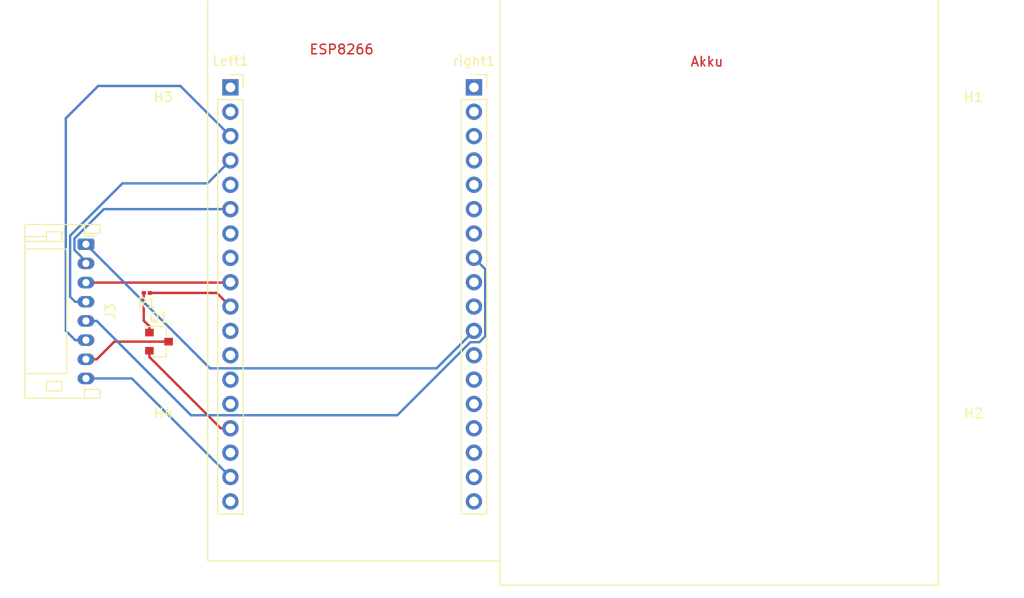
<source format=kicad_pcb>
(kicad_pcb (version 20171130) (host pcbnew "(5.1.5)-3")

  (general
    (thickness 1.6)
    (drawings 13)
    (tracks 47)
    (zones 0)
    (modules 9)
    (nets 39)
  )

  (page A4)
  (layers
    (0 F.Cu signal)
    (31 B.Cu signal)
    (32 B.Adhes user)
    (33 F.Adhes user)
    (34 B.Paste user)
    (35 F.Paste user)
    (36 B.SilkS user)
    (37 F.SilkS user)
    (38 B.Mask user)
    (39 F.Mask user)
    (40 Dwgs.User user)
    (41 Cmts.User user)
    (42 Eco1.User user)
    (43 Eco2.User user)
    (44 Edge.Cuts user)
    (45 Margin user)
    (46 B.CrtYd user)
    (47 F.CrtYd user)
    (48 B.Fab user)
    (49 F.Fab user)
  )

  (setup
    (last_trace_width 0.25)
    (trace_clearance 0.2)
    (zone_clearance 0.508)
    (zone_45_only no)
    (trace_min 0.2)
    (via_size 0.8)
    (via_drill 0.4)
    (via_min_size 0.4)
    (via_min_drill 0.3)
    (uvia_size 0.3)
    (uvia_drill 0.1)
    (uvias_allowed no)
    (uvia_min_size 0.2)
    (uvia_min_drill 0.1)
    (edge_width 0.05)
    (segment_width 0.2)
    (pcb_text_width 0.3)
    (pcb_text_size 1.5 1.5)
    (mod_edge_width 0.12)
    (mod_text_size 1 1)
    (mod_text_width 0.15)
    (pad_size 1.524 1.524)
    (pad_drill 0.762)
    (pad_to_mask_clearance 0.051)
    (solder_mask_min_width 0.25)
    (aux_axis_origin 0 0)
    (grid_origin 127 90.17)
    (visible_elements 7FFFFFFF)
    (pcbplotparams
      (layerselection 0x010fc_ffffffff)
      (usegerberextensions false)
      (usegerberattributes false)
      (usegerberadvancedattributes false)
      (creategerberjobfile false)
      (excludeedgelayer true)
      (linewidth 0.100000)
      (plotframeref false)
      (viasonmask false)
      (mode 1)
      (useauxorigin false)
      (hpglpennumber 1)
      (hpglpenspeed 20)
      (hpglpendiameter 15.000000)
      (psnegative false)
      (psa4output false)
      (plotreference true)
      (plotvalue true)
      (plotinvisibletext false)
      (padsonsilk false)
      (subtractmaskfromsilk false)
      (outputformat 1)
      (mirror false)
      (drillshape 1)
      (scaleselection 1)
      (outputdirectory ""))
  )

  (net 0 "")
  (net 1 "Net-(J3-Pad7)")
  (net 2 "Net-(Q1-Pad1)")
  (net 3 "Net-(J3-Pad1)")
  (net 4 "Net-(J3-Pad2)")
  (net 5 "Net-(J3-Pad3)")
  (net 6 "Net-(J3-Pad4)")
  (net 7 "Net-(J3-Pad5)")
  (net 8 "Net-(J3-Pad6)")
  (net 9 "Net-(J3-Pad8)")
  (net 10 "Net-(Left1-Pad18)")
  (net 11 "Net-(Left1-Pad16)")
  (net 12 "Net-(Left1-Pad15)")
  (net 13 "Net-(Left1-Pad14)")
  (net 14 "Net-(Left1-Pad13)")
  (net 15 "Net-(Left1-Pad12)")
  (net 16 "Net-(Left1-Pad11)")
  (net 17 "Net-(Left1-Pad10)")
  (net 18 "Net-(Left1-Pad8)")
  (net 19 "Net-(Left1-Pad7)")
  (net 20 "Net-(Left1-Pad5)")
  (net 21 "Net-(Left1-Pad2)")
  (net 22 "Net-(Left1-Pad1)")
  (net 23 "Net-(right1-Pad1)")
  (net 24 "Net-(right1-Pad2)")
  (net 25 "Net-(right1-Pad3)")
  (net 26 "Net-(right1-Pad4)")
  (net 27 "Net-(right1-Pad5)")
  (net 28 "Net-(right1-Pad6)")
  (net 29 "Net-(right1-Pad7)")
  (net 30 "Net-(right1-Pad9)")
  (net 31 "Net-(right1-Pad10)")
  (net 32 "Net-(right1-Pad12)")
  (net 33 "Net-(right1-Pad13)")
  (net 34 "Net-(right1-Pad14)")
  (net 35 "Net-(right1-Pad15)")
  (net 36 "Net-(right1-Pad16)")
  (net 37 "Net-(right1-Pad17)")
  (net 38 "Net-(right1-Pad18)")

  (net_class Default "This is the default net class."
    (clearance 0.2)
    (trace_width 0.25)
    (via_dia 0.8)
    (via_drill 0.4)
    (uvia_dia 0.3)
    (uvia_drill 0.1)
    (add_net "Net-(J3-Pad1)")
    (add_net "Net-(J3-Pad2)")
    (add_net "Net-(J3-Pad3)")
    (add_net "Net-(J3-Pad4)")
    (add_net "Net-(J3-Pad5)")
    (add_net "Net-(J3-Pad6)")
    (add_net "Net-(J3-Pad7)")
    (add_net "Net-(J3-Pad8)")
    (add_net "Net-(Left1-Pad1)")
    (add_net "Net-(Left1-Pad10)")
    (add_net "Net-(Left1-Pad11)")
    (add_net "Net-(Left1-Pad12)")
    (add_net "Net-(Left1-Pad13)")
    (add_net "Net-(Left1-Pad14)")
    (add_net "Net-(Left1-Pad15)")
    (add_net "Net-(Left1-Pad16)")
    (add_net "Net-(Left1-Pad18)")
    (add_net "Net-(Left1-Pad2)")
    (add_net "Net-(Left1-Pad5)")
    (add_net "Net-(Left1-Pad7)")
    (add_net "Net-(Left1-Pad8)")
    (add_net "Net-(Q1-Pad1)")
    (add_net "Net-(right1-Pad1)")
    (add_net "Net-(right1-Pad10)")
    (add_net "Net-(right1-Pad12)")
    (add_net "Net-(right1-Pad13)")
    (add_net "Net-(right1-Pad14)")
    (add_net "Net-(right1-Pad15)")
    (add_net "Net-(right1-Pad16)")
    (add_net "Net-(right1-Pad17)")
    (add_net "Net-(right1-Pad18)")
    (add_net "Net-(right1-Pad2)")
    (add_net "Net-(right1-Pad3)")
    (add_net "Net-(right1-Pad4)")
    (add_net "Net-(right1-Pad5)")
    (add_net "Net-(right1-Pad6)")
    (add_net "Net-(right1-Pad7)")
    (add_net "Net-(right1-Pad9)")
  )

  (module MountingHole:MountingHole_3mm (layer F.Cu) (tedit 56D1B4CB) (tstamp 5EA991BC)
    (at 167.5 75)
    (descr "Mounting Hole 3mm, no annular")
    (tags "mounting hole 3mm no annular")
    (path /5EA6E4AB)
    (attr virtual)
    (fp_text reference H1 (at 0 -4) (layer F.SilkS)
      (effects (font (size 1 1) (thickness 0.15)))
    )
    (fp_text value MountingHole (at 0 4) (layer F.Fab)
      (effects (font (size 1 1) (thickness 0.15)))
    )
    (fp_circle (center 0 0) (end 3.25 0) (layer F.CrtYd) (width 0.05))
    (fp_circle (center 0 0) (end 3 0) (layer Cmts.User) (width 0.15))
    (fp_text user %R (at 0.3 0) (layer F.Fab)
      (effects (font (size 1 1) (thickness 0.15)))
    )
    (pad 1 np_thru_hole circle (at 0 0) (size 3 3) (drill 3) (layers *.Cu *.Mask))
  )

  (module MountingHole:MountingHole_3mm (layer F.Cu) (tedit 56D1B4CB) (tstamp 5EA991C4)
    (at 167.5 108)
    (descr "Mounting Hole 3mm, no annular")
    (tags "mounting hole 3mm no annular")
    (path /5EA71128)
    (attr virtual)
    (fp_text reference H2 (at 0 -4) (layer F.SilkS)
      (effects (font (size 1 1) (thickness 0.15)))
    )
    (fp_text value MountingHole (at 0 4) (layer F.Fab)
      (effects (font (size 1 1) (thickness 0.15)))
    )
    (fp_circle (center 0 0) (end 3.25 0) (layer F.CrtYd) (width 0.05))
    (fp_circle (center 0 0) (end 3 0) (layer Cmts.User) (width 0.15))
    (fp_text user %R (at 0.3 0) (layer F.Fab)
      (effects (font (size 1 1) (thickness 0.15)))
    )
    (pad 1 np_thru_hole circle (at 0 0) (size 3 3) (drill 3) (layers *.Cu *.Mask))
  )

  (module MountingHole:MountingHole_3mm (layer F.Cu) (tedit 56D1B4CB) (tstamp 5EA991CC)
    (at 83 75)
    (descr "Mounting Hole 3mm, no annular")
    (tags "mounting hole 3mm no annular")
    (path /5EA71A35)
    (attr virtual)
    (fp_text reference H3 (at 0 -4) (layer F.SilkS)
      (effects (font (size 1 1) (thickness 0.15)))
    )
    (fp_text value MountingHole (at 0 4) (layer F.Fab)
      (effects (font (size 1 1) (thickness 0.15)))
    )
    (fp_text user %R (at 0.3 0) (layer F.Fab)
      (effects (font (size 1 1) (thickness 0.15)))
    )
    (fp_circle (center 0 0) (end 3 0) (layer Cmts.User) (width 0.15))
    (fp_circle (center 0 0) (end 3.25 0) (layer F.CrtYd) (width 0.05))
    (pad 1 np_thru_hole circle (at 0 0) (size 3 3) (drill 3) (layers *.Cu *.Mask))
  )

  (module MountingHole:MountingHole_3mm (layer F.Cu) (tedit 56D1B4CB) (tstamp 5EA991D4)
    (at 83 108)
    (descr "Mounting Hole 3mm, no annular")
    (tags "mounting hole 3mm no annular")
    (path /5EA70896)
    (attr virtual)
    (fp_text reference H4 (at 0 -4) (layer F.SilkS)
      (effects (font (size 1 1) (thickness 0.15)))
    )
    (fp_text value MountingHole (at 0 4) (layer F.Fab)
      (effects (font (size 1 1) (thickness 0.15)))
    )
    (fp_text user %R (at 0.3 0) (layer F.Fab)
      (effects (font (size 1 1) (thickness 0.15)))
    )
    (fp_circle (center 0 0) (end 3 0) (layer Cmts.User) (width 0.15))
    (fp_circle (center 0 0) (end 3.25 0) (layer F.CrtYd) (width 0.05))
    (pad 1 np_thru_hole circle (at 0 0) (size 3 3) (drill 3) (layers *.Cu *.Mask))
  )

  (module Connector_JST:JST_PH_S8B-PH-K_1x08_P2.00mm_Horizontal (layer F.Cu) (tedit 5B7745C6) (tstamp 5EA99209)
    (at 74.93 86.36 270)
    (descr "JST PH series connector, S8B-PH-K (http://www.jst-mfg.com/product/pdf/eng/ePH.pdf), generated with kicad-footprint-generator")
    (tags "connector JST PH top entry")
    (path /5E45F56D)
    (fp_text reference J3 (at 7 -2.55 90) (layer F.SilkS)
      (effects (font (size 1 1) (thickness 0.15)))
    )
    (fp_text value Conn_01x08 (at 7 7.45 90) (layer F.Fab)
      (effects (font (size 1 1) (thickness 0.15)))
    )
    (fp_line (start -0.86 0.14) (end -1.14 0.14) (layer F.SilkS) (width 0.12))
    (fp_line (start -1.14 0.14) (end -1.14 -1.46) (layer F.SilkS) (width 0.12))
    (fp_line (start -1.14 -1.46) (end -2.06 -1.46) (layer F.SilkS) (width 0.12))
    (fp_line (start -2.06 -1.46) (end -2.06 6.36) (layer F.SilkS) (width 0.12))
    (fp_line (start -2.06 6.36) (end 16.06 6.36) (layer F.SilkS) (width 0.12))
    (fp_line (start 16.06 6.36) (end 16.06 -1.46) (layer F.SilkS) (width 0.12))
    (fp_line (start 16.06 -1.46) (end 15.14 -1.46) (layer F.SilkS) (width 0.12))
    (fp_line (start 15.14 -1.46) (end 15.14 0.14) (layer F.SilkS) (width 0.12))
    (fp_line (start 15.14 0.14) (end 14.86 0.14) (layer F.SilkS) (width 0.12))
    (fp_line (start 0.5 6.36) (end 0.5 2) (layer F.SilkS) (width 0.12))
    (fp_line (start 0.5 2) (end 13.5 2) (layer F.SilkS) (width 0.12))
    (fp_line (start 13.5 2) (end 13.5 6.36) (layer F.SilkS) (width 0.12))
    (fp_line (start -2.06 0.14) (end -1.14 0.14) (layer F.SilkS) (width 0.12))
    (fp_line (start 16.06 0.14) (end 15.14 0.14) (layer F.SilkS) (width 0.12))
    (fp_line (start -1.3 2.5) (end -1.3 4.1) (layer F.SilkS) (width 0.12))
    (fp_line (start -1.3 4.1) (end -0.3 4.1) (layer F.SilkS) (width 0.12))
    (fp_line (start -0.3 4.1) (end -0.3 2.5) (layer F.SilkS) (width 0.12))
    (fp_line (start -0.3 2.5) (end -1.3 2.5) (layer F.SilkS) (width 0.12))
    (fp_line (start 15.3 2.5) (end 15.3 4.1) (layer F.SilkS) (width 0.12))
    (fp_line (start 15.3 4.1) (end 14.3 4.1) (layer F.SilkS) (width 0.12))
    (fp_line (start 14.3 4.1) (end 14.3 2.5) (layer F.SilkS) (width 0.12))
    (fp_line (start 14.3 2.5) (end 15.3 2.5) (layer F.SilkS) (width 0.12))
    (fp_line (start -0.3 4.1) (end -0.3 6.36) (layer F.SilkS) (width 0.12))
    (fp_line (start -0.8 4.1) (end -0.8 6.36) (layer F.SilkS) (width 0.12))
    (fp_line (start -2.45 -1.85) (end -2.45 6.75) (layer F.CrtYd) (width 0.05))
    (fp_line (start -2.45 6.75) (end 16.45 6.75) (layer F.CrtYd) (width 0.05))
    (fp_line (start 16.45 6.75) (end 16.45 -1.85) (layer F.CrtYd) (width 0.05))
    (fp_line (start 16.45 -1.85) (end -2.45 -1.85) (layer F.CrtYd) (width 0.05))
    (fp_line (start -1.25 0.25) (end -1.25 -1.35) (layer F.Fab) (width 0.1))
    (fp_line (start -1.25 -1.35) (end -1.95 -1.35) (layer F.Fab) (width 0.1))
    (fp_line (start -1.95 -1.35) (end -1.95 6.25) (layer F.Fab) (width 0.1))
    (fp_line (start -1.95 6.25) (end 15.95 6.25) (layer F.Fab) (width 0.1))
    (fp_line (start 15.95 6.25) (end 15.95 -1.35) (layer F.Fab) (width 0.1))
    (fp_line (start 15.95 -1.35) (end 15.25 -1.35) (layer F.Fab) (width 0.1))
    (fp_line (start 15.25 -1.35) (end 15.25 0.25) (layer F.Fab) (width 0.1))
    (fp_line (start 15.25 0.25) (end -1.25 0.25) (layer F.Fab) (width 0.1))
    (fp_line (start -0.86 0.14) (end -0.86 -1.075) (layer F.SilkS) (width 0.12))
    (fp_line (start 0 0.875) (end -0.5 1.375) (layer F.Fab) (width 0.1))
    (fp_line (start -0.5 1.375) (end 0.5 1.375) (layer F.Fab) (width 0.1))
    (fp_line (start 0.5 1.375) (end 0 0.875) (layer F.Fab) (width 0.1))
    (fp_text user %R (at 7 2.5 90) (layer F.Fab)
      (effects (font (size 1 1) (thickness 0.15)))
    )
    (pad 1 thru_hole roundrect (at 0 0 270) (size 1.2 1.75) (drill 0.75) (layers *.Cu *.Mask) (roundrect_rratio 0.208333)
      (net 3 "Net-(J3-Pad1)"))
    (pad 2 thru_hole oval (at 2 0 270) (size 1.2 1.75) (drill 0.75) (layers *.Cu *.Mask)
      (net 4 "Net-(J3-Pad2)"))
    (pad 3 thru_hole oval (at 4 0 270) (size 1.2 1.75) (drill 0.75) (layers *.Cu *.Mask)
      (net 5 "Net-(J3-Pad3)"))
    (pad 4 thru_hole oval (at 6 0 270) (size 1.2 1.75) (drill 0.75) (layers *.Cu *.Mask)
      (net 6 "Net-(J3-Pad4)"))
    (pad 5 thru_hole oval (at 8 0 270) (size 1.2 1.75) (drill 0.75) (layers *.Cu *.Mask)
      (net 7 "Net-(J3-Pad5)"))
    (pad 6 thru_hole oval (at 10 0 270) (size 1.2 1.75) (drill 0.75) (layers *.Cu *.Mask)
      (net 8 "Net-(J3-Pad6)"))
    (pad 7 thru_hole oval (at 12 0 270) (size 1.2 1.75) (drill 0.75) (layers *.Cu *.Mask)
      (net 1 "Net-(J3-Pad7)"))
    (pad 8 thru_hole oval (at 14 0 270) (size 1.2 1.75) (drill 0.75) (layers *.Cu *.Mask)
      (net 9 "Net-(J3-Pad8)"))
    (model ${KISYS3DMOD}/Connector_JST.3dshapes/JST_PH_S8B-PH-K_1x08_P2.00mm_Horizontal.wrl
      (at (xyz 0 0 0))
      (scale (xyz 1 1 1))
      (rotate (xyz 0 0 0))
    )
  )

  (module Connector_PinSocket_2.54mm:PinSocket_1x18_P2.54mm_Vertical (layer F.Cu) (tedit 5A19A434) (tstamp 5EA9922F)
    (at 90 70)
    (descr "Through hole straight socket strip, 1x18, 2.54mm pitch, single row (from Kicad 4.0.7), script generated")
    (tags "Through hole socket strip THT 1x18 2.54mm single row")
    (path /5E5313C0)
    (fp_text reference Left1 (at 0 -2.77) (layer F.SilkS)
      (effects (font (size 1 1) (thickness 0.15)))
    )
    (fp_text value Conn_01x18_Female (at 0 45.95) (layer F.Fab)
      (effects (font (size 1 1) (thickness 0.15)))
    )
    (fp_line (start -1.27 -1.27) (end 0.635 -1.27) (layer F.Fab) (width 0.1))
    (fp_line (start 0.635 -1.27) (end 1.27 -0.635) (layer F.Fab) (width 0.1))
    (fp_line (start 1.27 -0.635) (end 1.27 44.45) (layer F.Fab) (width 0.1))
    (fp_line (start 1.27 44.45) (end -1.27 44.45) (layer F.Fab) (width 0.1))
    (fp_line (start -1.27 44.45) (end -1.27 -1.27) (layer F.Fab) (width 0.1))
    (fp_line (start -1.33 1.27) (end 1.33 1.27) (layer F.SilkS) (width 0.12))
    (fp_line (start -1.33 1.27) (end -1.33 44.51) (layer F.SilkS) (width 0.12))
    (fp_line (start -1.33 44.51) (end 1.33 44.51) (layer F.SilkS) (width 0.12))
    (fp_line (start 1.33 1.27) (end 1.33 44.51) (layer F.SilkS) (width 0.12))
    (fp_line (start 1.33 -1.33) (end 1.33 0) (layer F.SilkS) (width 0.12))
    (fp_line (start 0 -1.33) (end 1.33 -1.33) (layer F.SilkS) (width 0.12))
    (fp_line (start -1.8 -1.8) (end 1.75 -1.8) (layer F.CrtYd) (width 0.05))
    (fp_line (start 1.75 -1.8) (end 1.75 44.95) (layer F.CrtYd) (width 0.05))
    (fp_line (start 1.75 44.95) (end -1.8 44.95) (layer F.CrtYd) (width 0.05))
    (fp_line (start -1.8 44.95) (end -1.8 -1.8) (layer F.CrtYd) (width 0.05))
    (fp_text user %R (at 0 21.59 90) (layer F.Fab)
      (effects (font (size 1 1) (thickness 0.15)))
    )
    (pad 1 thru_hole rect (at 0 0) (size 1.7 1.7) (drill 1) (layers *.Cu *.Mask)
      (net 22 "Net-(Left1-Pad1)"))
    (pad 2 thru_hole oval (at 0 2.54) (size 1.7 1.7) (drill 1) (layers *.Cu *.Mask)
      (net 21 "Net-(Left1-Pad2)"))
    (pad 3 thru_hole oval (at 0 5.08) (size 1.7 1.7) (drill 1) (layers *.Cu *.Mask)
      (net 8 "Net-(J3-Pad6)"))
    (pad 4 thru_hole oval (at 0 7.62) (size 1.7 1.7) (drill 1) (layers *.Cu *.Mask)
      (net 6 "Net-(J3-Pad4)"))
    (pad 5 thru_hole oval (at 0 10.16) (size 1.7 1.7) (drill 1) (layers *.Cu *.Mask)
      (net 20 "Net-(Left1-Pad5)"))
    (pad 6 thru_hole oval (at 0 12.7) (size 1.7 1.7) (drill 1) (layers *.Cu *.Mask)
      (net 4 "Net-(J3-Pad2)"))
    (pad 7 thru_hole oval (at 0 15.24) (size 1.7 1.7) (drill 1) (layers *.Cu *.Mask)
      (net 19 "Net-(Left1-Pad7)"))
    (pad 8 thru_hole oval (at 0 17.78) (size 1.7 1.7) (drill 1) (layers *.Cu *.Mask)
      (net 18 "Net-(Left1-Pad8)"))
    (pad 9 thru_hole oval (at 0 20.32) (size 1.7 1.7) (drill 1) (layers *.Cu *.Mask)
      (net 5 "Net-(J3-Pad3)"))
    (pad 10 thru_hole oval (at 0 22.86) (size 1.7 1.7) (drill 1) (layers *.Cu *.Mask)
      (net 17 "Net-(Left1-Pad10)"))
    (pad 11 thru_hole oval (at 0 25.4) (size 1.7 1.7) (drill 1) (layers *.Cu *.Mask)
      (net 16 "Net-(Left1-Pad11)"))
    (pad 12 thru_hole oval (at 0 27.94) (size 1.7 1.7) (drill 1) (layers *.Cu *.Mask)
      (net 15 "Net-(Left1-Pad12)"))
    (pad 13 thru_hole oval (at 0 30.48) (size 1.7 1.7) (drill 1) (layers *.Cu *.Mask)
      (net 14 "Net-(Left1-Pad13)"))
    (pad 14 thru_hole oval (at 0 33.02) (size 1.7 1.7) (drill 1) (layers *.Cu *.Mask)
      (net 13 "Net-(Left1-Pad14)"))
    (pad 15 thru_hole oval (at 0 35.56) (size 1.7 1.7) (drill 1) (layers *.Cu *.Mask)
      (net 12 "Net-(Left1-Pad15)"))
    (pad 16 thru_hole oval (at 0 38.1) (size 1.7 1.7) (drill 1) (layers *.Cu *.Mask)
      (net 11 "Net-(Left1-Pad16)"))
    (pad 17 thru_hole oval (at 0 40.64) (size 1.7 1.7) (drill 1) (layers *.Cu *.Mask)
      (net 9 "Net-(J3-Pad8)"))
    (pad 18 thru_hole oval (at 0 43.18) (size 1.7 1.7) (drill 1) (layers *.Cu *.Mask)
      (net 10 "Net-(Left1-Pad18)"))
    (model ${KISYS3DMOD}/Connector_PinSocket_2.54mm.3dshapes/PinSocket_1x18_P2.54mm_Vertical.wrl
      (at (xyz 0 0 0))
      (scale (xyz 1 1 1))
      (rotate (xyz 0 0 0))
    )
  )

  (module Package_TO_SOT_SMD:SOT-23 (layer F.Cu) (tedit 5A02FF57) (tstamp 5EA99244)
    (at 82.55 96.52)
    (descr "SOT-23, Standard")
    (tags SOT-23)
    (path /5E4393A1)
    (attr smd)
    (fp_text reference Q1 (at 0 -2.5) (layer F.SilkS)
      (effects (font (size 1 1) (thickness 0.15)))
    )
    (fp_text value 2N7002K (at 0 2.5) (layer F.Fab)
      (effects (font (size 1 1) (thickness 0.15)))
    )
    (fp_text user %R (at 0 0 90) (layer F.Fab)
      (effects (font (size 0.5 0.5) (thickness 0.075)))
    )
    (fp_line (start -0.7 -0.95) (end -0.7 1.5) (layer F.Fab) (width 0.1))
    (fp_line (start -0.15 -1.52) (end 0.7 -1.52) (layer F.Fab) (width 0.1))
    (fp_line (start -0.7 -0.95) (end -0.15 -1.52) (layer F.Fab) (width 0.1))
    (fp_line (start 0.7 -1.52) (end 0.7 1.52) (layer F.Fab) (width 0.1))
    (fp_line (start -0.7 1.52) (end 0.7 1.52) (layer F.Fab) (width 0.1))
    (fp_line (start 0.76 1.58) (end 0.76 0.65) (layer F.SilkS) (width 0.12))
    (fp_line (start 0.76 -1.58) (end 0.76 -0.65) (layer F.SilkS) (width 0.12))
    (fp_line (start -1.7 -1.75) (end 1.7 -1.75) (layer F.CrtYd) (width 0.05))
    (fp_line (start 1.7 -1.75) (end 1.7 1.75) (layer F.CrtYd) (width 0.05))
    (fp_line (start 1.7 1.75) (end -1.7 1.75) (layer F.CrtYd) (width 0.05))
    (fp_line (start -1.7 1.75) (end -1.7 -1.75) (layer F.CrtYd) (width 0.05))
    (fp_line (start 0.76 -1.58) (end -1.4 -1.58) (layer F.SilkS) (width 0.12))
    (fp_line (start 0.76 1.58) (end -0.7 1.58) (layer F.SilkS) (width 0.12))
    (pad 1 smd rect (at -1 -0.95) (size 0.9 0.8) (layers F.Cu F.Paste F.Mask)
      (net 2 "Net-(Q1-Pad1)"))
    (pad 2 smd rect (at -1 0.95) (size 0.9 0.8) (layers F.Cu F.Paste F.Mask)
      (net 12 "Net-(Left1-Pad15)"))
    (pad 3 smd rect (at 1 0) (size 0.9 0.8) (layers F.Cu F.Paste F.Mask)
      (net 1 "Net-(J3-Pad7)"))
    (model ${KISYS3DMOD}/Package_TO_SOT_SMD.3dshapes/SOT-23.wrl
      (at (xyz 0 0 0))
      (scale (xyz 1 1 1))
      (rotate (xyz 0 0 0))
    )
  )

  (module Resistor_SMD:R_0201_0603Metric (layer F.Cu) (tedit 5B301BBD) (tstamp 5EA99255)
    (at 81.28 91.44 180)
    (descr "Resistor SMD 0201 (0603 Metric), square (rectangular) end terminal, IPC_7351 nominal, (Body size source: https://www.vishay.com/docs/20052/crcw0201e3.pdf), generated with kicad-footprint-generator")
    (tags resistor)
    (path /5EA9AC1D)
    (attr smd)
    (fp_text reference R1 (at 0 -1.05) (layer F.SilkS)
      (effects (font (size 1 1) (thickness 0.15)))
    )
    (fp_text value R (at 0 1.05) (layer F.Fab)
      (effects (font (size 1 1) (thickness 0.15)))
    )
    (fp_line (start -0.3 0.15) (end -0.3 -0.15) (layer F.Fab) (width 0.1))
    (fp_line (start -0.3 -0.15) (end 0.3 -0.15) (layer F.Fab) (width 0.1))
    (fp_line (start 0.3 -0.15) (end 0.3 0.15) (layer F.Fab) (width 0.1))
    (fp_line (start 0.3 0.15) (end -0.3 0.15) (layer F.Fab) (width 0.1))
    (fp_line (start -0.7 0.35) (end -0.7 -0.35) (layer F.CrtYd) (width 0.05))
    (fp_line (start -0.7 -0.35) (end 0.7 -0.35) (layer F.CrtYd) (width 0.05))
    (fp_line (start 0.7 -0.35) (end 0.7 0.35) (layer F.CrtYd) (width 0.05))
    (fp_line (start 0.7 0.35) (end -0.7 0.35) (layer F.CrtYd) (width 0.05))
    (fp_text user %R (at 0 -0.68) (layer F.Fab)
      (effects (font (size 0.25 0.25) (thickness 0.04)))
    )
    (pad "" smd roundrect (at -0.345 0 180) (size 0.318 0.36) (layers F.Paste) (roundrect_rratio 0.25))
    (pad "" smd roundrect (at 0.345 0 180) (size 0.318 0.36) (layers F.Paste) (roundrect_rratio 0.25))
    (pad 1 smd roundrect (at -0.32 0 180) (size 0.46 0.4) (layers F.Cu F.Mask) (roundrect_rratio 0.25)
      (net 17 "Net-(Left1-Pad10)"))
    (pad 2 smd roundrect (at 0.32 0 180) (size 0.46 0.4) (layers F.Cu F.Mask) (roundrect_rratio 0.25)
      (net 2 "Net-(Q1-Pad1)"))
    (model ${KISYS3DMOD}/Resistor_SMD.3dshapes/R_0201_0603Metric.wrl
      (at (xyz 0 0 0))
      (scale (xyz 1 1 1))
      (rotate (xyz 0 0 0))
    )
  )

  (module Connector_PinSocket_2.54mm:PinSocket_1x18_P2.54mm_Vertical (layer F.Cu) (tedit 5A19A434) (tstamp 5EA9927B)
    (at 115.4 70)
    (descr "Through hole straight socket strip, 1x18, 2.54mm pitch, single row (from Kicad 4.0.7), script generated")
    (tags "Through hole socket strip THT 1x18 2.54mm single row")
    (path /5E42C3F6)
    (fp_text reference right1 (at 0 -2.77) (layer F.SilkS)
      (effects (font (size 1 1) (thickness 0.15)))
    )
    (fp_text value Conn_01x18_Female (at 0 45.95) (layer F.Fab)
      (effects (font (size 1 1) (thickness 0.15)))
    )
    (fp_text user %R (at 0 21.59 90) (layer F.Fab)
      (effects (font (size 1 1) (thickness 0.15)))
    )
    (fp_line (start -1.8 44.95) (end -1.8 -1.8) (layer F.CrtYd) (width 0.05))
    (fp_line (start 1.75 44.95) (end -1.8 44.95) (layer F.CrtYd) (width 0.05))
    (fp_line (start 1.75 -1.8) (end 1.75 44.95) (layer F.CrtYd) (width 0.05))
    (fp_line (start -1.8 -1.8) (end 1.75 -1.8) (layer F.CrtYd) (width 0.05))
    (fp_line (start 0 -1.33) (end 1.33 -1.33) (layer F.SilkS) (width 0.12))
    (fp_line (start 1.33 -1.33) (end 1.33 0) (layer F.SilkS) (width 0.12))
    (fp_line (start 1.33 1.27) (end 1.33 44.51) (layer F.SilkS) (width 0.12))
    (fp_line (start -1.33 44.51) (end 1.33 44.51) (layer F.SilkS) (width 0.12))
    (fp_line (start -1.33 1.27) (end -1.33 44.51) (layer F.SilkS) (width 0.12))
    (fp_line (start -1.33 1.27) (end 1.33 1.27) (layer F.SilkS) (width 0.12))
    (fp_line (start -1.27 44.45) (end -1.27 -1.27) (layer F.Fab) (width 0.1))
    (fp_line (start 1.27 44.45) (end -1.27 44.45) (layer F.Fab) (width 0.1))
    (fp_line (start 1.27 -0.635) (end 1.27 44.45) (layer F.Fab) (width 0.1))
    (fp_line (start 0.635 -1.27) (end 1.27 -0.635) (layer F.Fab) (width 0.1))
    (fp_line (start -1.27 -1.27) (end 0.635 -1.27) (layer F.Fab) (width 0.1))
    (pad 18 thru_hole oval (at 0 43.18) (size 1.7 1.7) (drill 1) (layers *.Cu *.Mask)
      (net 38 "Net-(right1-Pad18)"))
    (pad 17 thru_hole oval (at 0 40.64) (size 1.7 1.7) (drill 1) (layers *.Cu *.Mask)
      (net 37 "Net-(right1-Pad17)"))
    (pad 16 thru_hole oval (at 0 38.1) (size 1.7 1.7) (drill 1) (layers *.Cu *.Mask)
      (net 36 "Net-(right1-Pad16)"))
    (pad 15 thru_hole oval (at 0 35.56) (size 1.7 1.7) (drill 1) (layers *.Cu *.Mask)
      (net 35 "Net-(right1-Pad15)"))
    (pad 14 thru_hole oval (at 0 33.02) (size 1.7 1.7) (drill 1) (layers *.Cu *.Mask)
      (net 34 "Net-(right1-Pad14)"))
    (pad 13 thru_hole oval (at 0 30.48) (size 1.7 1.7) (drill 1) (layers *.Cu *.Mask)
      (net 33 "Net-(right1-Pad13)"))
    (pad 12 thru_hole oval (at 0 27.94) (size 1.7 1.7) (drill 1) (layers *.Cu *.Mask)
      (net 32 "Net-(right1-Pad12)"))
    (pad 11 thru_hole oval (at 0 25.4) (size 1.7 1.7) (drill 1) (layers *.Cu *.Mask)
      (net 3 "Net-(J3-Pad1)"))
    (pad 10 thru_hole oval (at 0 22.86) (size 1.7 1.7) (drill 1) (layers *.Cu *.Mask)
      (net 31 "Net-(right1-Pad10)"))
    (pad 9 thru_hole oval (at 0 20.32) (size 1.7 1.7) (drill 1) (layers *.Cu *.Mask)
      (net 30 "Net-(right1-Pad9)"))
    (pad 8 thru_hole oval (at 0 17.78) (size 1.7 1.7) (drill 1) (layers *.Cu *.Mask)
      (net 7 "Net-(J3-Pad5)"))
    (pad 7 thru_hole oval (at 0 15.24) (size 1.7 1.7) (drill 1) (layers *.Cu *.Mask)
      (net 29 "Net-(right1-Pad7)"))
    (pad 6 thru_hole oval (at 0 12.7) (size 1.7 1.7) (drill 1) (layers *.Cu *.Mask)
      (net 28 "Net-(right1-Pad6)"))
    (pad 5 thru_hole oval (at 0 10.16) (size 1.7 1.7) (drill 1) (layers *.Cu *.Mask)
      (net 27 "Net-(right1-Pad5)"))
    (pad 4 thru_hole oval (at 0 7.62) (size 1.7 1.7) (drill 1) (layers *.Cu *.Mask)
      (net 26 "Net-(right1-Pad4)"))
    (pad 3 thru_hole oval (at 0 5.08) (size 1.7 1.7) (drill 1) (layers *.Cu *.Mask)
      (net 25 "Net-(right1-Pad3)"))
    (pad 2 thru_hole oval (at 0 2.54) (size 1.7 1.7) (drill 1) (layers *.Cu *.Mask)
      (net 24 "Net-(right1-Pad2)"))
    (pad 1 thru_hole rect (at 0 0) (size 1.7 1.7) (drill 1) (layers *.Cu *.Mask)
      (net 23 "Net-(right1-Pad1)"))
    (model ${KISYS3DMOD}/Connector_PinSocket_2.54mm.3dshapes/PinSocket_1x18_P2.54mm_Vertical.wrl
      (at (xyz 0 0 0))
      (scale (xyz 1 1 1))
      (rotate (xyz 0 0 0))
    )
  )

  (gr_line (start 163.83 121.92) (end 163.83 119.38) (layer F.SilkS) (width 0.12) (tstamp 5EA9A819))
  (gr_line (start 118.11 119.38) (end 118.11 121.92) (layer F.SilkS) (width 0.12) (tstamp 5EA9A818))
  (gr_line (start 66.04 123.19) (end 172.72 123.19) (layer Margin) (width 0.15) (tstamp 5EA9A758))
  (gr_line (start 172.72 60.96) (end 66.04 60.96) (layer Margin) (width 0.15) (tstamp 5EA9A757))
  (gr_line (start 66.04 123.19) (end 66.04 60.96) (layer Margin) (width 0.15))
  (gr_line (start 172.72 60.96) (end 172.72 123.19) (layer Margin) (width 0.15))
  (gr_text Akku (at 139.7 67.31) (layer F.Cu)
    (effects (font (size 1 1) (thickness 0.15)))
  )
  (gr_line (start 163.83 121.92) (end 118.11 121.92) (layer F.SilkS) (width 0.12) (tstamp 5EA9A2AF))
  (gr_line (start 163.83 60.96) (end 163.83 119.38) (layer F.SilkS) (width 0.12))
  (gr_text ESP8266 (at 101.6 66.04) (layer F.Cu)
    (effects (font (size 1 1) (thickness 0.15)))
  )
  (gr_line (start 118.11 119.38) (end 118.11 60.96) (layer F.SilkS) (width 0.12))
  (gr_line (start 87.63 119.38) (end 118.11 119.38) (layer F.SilkS) (width 0.12))
  (gr_line (start 87.63 60.96) (end 87.63 119.38) (layer F.SilkS) (width 0.12))

  (segment (start 77.895 96.52) (end 82.85 96.52) (width 0.25) (layer F.Cu) (net 1))
  (segment (start 82.85 96.52) (end 83.55 96.52) (width 0.25) (layer F.Cu) (net 1))
  (segment (start 76.055 98.36) (end 77.895 96.52) (width 0.25) (layer F.Cu) (net 1))
  (segment (start 74.93 98.36) (end 76.055 98.36) (width 0.25) (layer F.Cu) (net 1))
  (segment (start 80.96 91.64) (end 80.96 91.44) (width 0.25) (layer F.Cu) (net 2))
  (segment (start 80.96 94.33) (end 80.96 91.64) (width 0.25) (layer F.Cu) (net 2))
  (segment (start 81.55 94.92) (end 80.96 94.33) (width 0.25) (layer F.Cu) (net 2))
  (segment (start 81.55 95.57) (end 81.55 94.92) (width 0.25) (layer F.Cu) (net 2))
  (segment (start 75.53 86.96) (end 74.93 86.36) (width 0.25) (layer B.Cu) (net 3))
  (segment (start 87.874999 99.304999) (end 75.53 86.96) (width 0.25) (layer B.Cu) (net 3))
  (segment (start 111.495001 99.304999) (end 87.874999 99.304999) (width 0.25) (layer B.Cu) (net 3))
  (segment (start 115.4 95.4) (end 111.495001 99.304999) (width 0.25) (layer B.Cu) (net 3))
  (segment (start 88.797919 82.7) (end 90 82.7) (width 0.25) (layer B.Cu) (net 4))
  (segment (start 73.72999 86.94818) (end 73.72999 85.77182) (width 0.25) (layer B.Cu) (net 4))
  (segment (start 76.80181 82.7) (end 88.797919 82.7) (width 0.25) (layer B.Cu) (net 4))
  (segment (start 73.72999 85.77182) (end 76.80181 82.7) (width 0.25) (layer B.Cu) (net 4))
  (segment (start 75.14181 88.36) (end 73.72999 86.94818) (width 0.25) (layer B.Cu) (net 4))
  (segment (start 74.93 88.36) (end 75.14181 88.36) (width 0.25) (layer B.Cu) (net 4))
  (segment (start 89.96 90.36) (end 90 90.32) (width 0.25) (layer F.Cu) (net 5))
  (segment (start 74.93 90.36) (end 89.96 90.36) (width 0.25) (layer F.Cu) (net 5))
  (segment (start 73.279981 91.834981) (end 73.279981 85.470019) (width 0.25) (layer B.Cu) (net 6))
  (segment (start 74.93 92.36) (end 73.805 92.36) (width 0.25) (layer B.Cu) (net 6))
  (segment (start 73.805 92.36) (end 73.279981 91.834981) (width 0.25) (layer B.Cu) (net 6))
  (segment (start 73.279981 85.470019) (end 78.74 80.01) (width 0.25) (layer B.Cu) (net 6))
  (segment (start 87.61 80.01) (end 90 77.62) (width 0.25) (layer B.Cu) (net 6))
  (segment (start 78.74 80.01) (end 87.61 80.01) (width 0.25) (layer B.Cu) (net 6))
  (segment (start 107.405997 104.195001) (end 85.890001 104.195001) (width 0.25) (layer B.Cu) (net 7))
  (segment (start 115.964001 96.575001) (end 115.025997 96.575001) (width 0.25) (layer B.Cu) (net 7))
  (segment (start 76.055 94.36) (end 74.93 94.36) (width 0.25) (layer B.Cu) (net 7))
  (segment (start 115.025997 96.575001) (end 107.405997 104.195001) (width 0.25) (layer B.Cu) (net 7))
  (segment (start 116.575001 95.964001) (end 115.964001 96.575001) (width 0.25) (layer B.Cu) (net 7))
  (segment (start 116.575001 88.955001) (end 116.575001 95.964001) (width 0.25) (layer B.Cu) (net 7))
  (segment (start 85.890001 104.195001) (end 76.055 94.36) (width 0.25) (layer B.Cu) (net 7))
  (segment (start 115.4 87.78) (end 116.575001 88.955001) (width 0.25) (layer B.Cu) (net 7))
  (segment (start 72.829972 95.384972) (end 72.829972 73.220028) (width 0.25) (layer B.Cu) (net 8))
  (segment (start 74.93 96.36) (end 73.805 96.36) (width 0.25) (layer B.Cu) (net 8))
  (segment (start 73.805 96.36) (end 72.829972 95.384972) (width 0.25) (layer B.Cu) (net 8))
  (segment (start 72.829972 73.220028) (end 76.2 69.85) (width 0.25) (layer B.Cu) (net 8))
  (segment (start 84.77 69.85) (end 90 75.08) (width 0.25) (layer B.Cu) (net 8))
  (segment (start 76.2 69.85) (end 84.77 69.85) (width 0.25) (layer B.Cu) (net 8))
  (segment (start 79.72 100.36) (end 74.93 100.36) (width 0.25) (layer B.Cu) (net 9))
  (segment (start 90 110.64) (end 79.72 100.36) (width 0.25) (layer B.Cu) (net 9))
  (segment (start 88.99 105.56) (end 90 105.56) (width 0.25) (layer F.Cu) (net 12))
  (segment (start 81.55 98.12) (end 88.99 105.56) (width 0.25) (layer F.Cu) (net 12))
  (segment (start 81.55 97.47) (end 81.55 98.12) (width 0.25) (layer F.Cu) (net 12))
  (segment (start 88.58 91.44) (end 90 92.86) (width 0.25) (layer F.Cu) (net 17))
  (segment (start 81.6 91.44) (end 88.58 91.44) (width 0.25) (layer F.Cu) (net 17))

)

</source>
